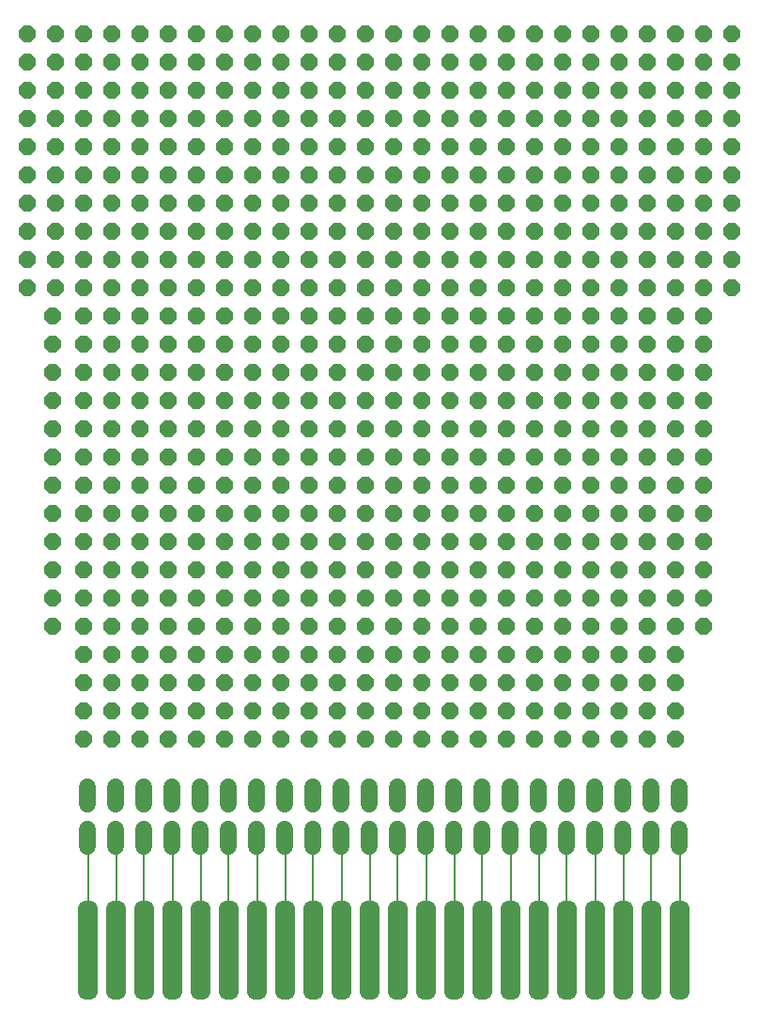
<source format=gbr>
G04 EAGLE Gerber RS-274X export*
G75*
%MOMM*%
%FSLAX34Y34*%
%LPD*%
%INTop Copper*%
%IPPOS*%
%AMOC8*
5,1,8,0,0,1.08239X$1,22.5*%
G01*
%ADD10C,1.524000*%
%ADD11C,1.333500*%
%ADD12C,0.152400*%
%ADD13P,1.649562X8X22.500000*%


D10*
X558800Y172720D02*
X558800Y157480D01*
X533400Y157480D02*
X533400Y172720D01*
X508000Y172720D02*
X508000Y157480D01*
X482600Y157480D02*
X482600Y172720D01*
X457200Y172720D02*
X457200Y157480D01*
X431800Y157480D02*
X431800Y172720D01*
X406400Y172720D02*
X406400Y157480D01*
X381000Y157480D02*
X381000Y172720D01*
X355600Y172720D02*
X355600Y157480D01*
X330200Y157480D02*
X330200Y172720D01*
X304800Y172720D02*
X304800Y157480D01*
X279400Y157480D02*
X279400Y172720D01*
X254000Y172720D02*
X254000Y157480D01*
X228600Y157480D02*
X228600Y172720D01*
X203200Y172720D02*
X203200Y157480D01*
X177800Y157480D02*
X177800Y172720D01*
X152400Y172720D02*
X152400Y157480D01*
X127000Y157480D02*
X127000Y172720D01*
X101600Y172720D02*
X101600Y157480D01*
X76200Y157480D02*
X76200Y172720D01*
X50800Y172720D02*
X50800Y157480D01*
X25400Y157480D02*
X25400Y172720D01*
X558800Y195580D02*
X558800Y210820D01*
X533400Y210820D02*
X533400Y195580D01*
X508000Y195580D02*
X508000Y210820D01*
X482600Y210820D02*
X482600Y195580D01*
X457200Y195580D02*
X457200Y210820D01*
X431800Y210820D02*
X431800Y195580D01*
X406400Y195580D02*
X406400Y210820D01*
X381000Y210820D02*
X381000Y195580D01*
X355600Y195580D02*
X355600Y210820D01*
X330200Y210820D02*
X330200Y195580D01*
X304800Y195580D02*
X304800Y210820D01*
X279400Y210820D02*
X279400Y195580D01*
X254000Y195580D02*
X254000Y210820D01*
X228600Y210820D02*
X228600Y195580D01*
X203200Y195580D02*
X203200Y210820D01*
X177800Y210820D02*
X177800Y195580D01*
X152400Y195580D02*
X152400Y210820D01*
X127000Y210820D02*
X127000Y195580D01*
X101600Y195580D02*
X101600Y210820D01*
X76200Y210820D02*
X76200Y195580D01*
X50800Y195580D02*
X50800Y210820D01*
X25400Y210820D02*
X25400Y195580D01*
D11*
X556577Y101283D02*
X561023Y101283D01*
X561023Y25717D01*
X556577Y25717D01*
X556577Y101283D01*
X556577Y38385D02*
X561023Y38385D01*
X561023Y51053D02*
X556577Y51053D01*
X556577Y63721D02*
X561023Y63721D01*
X561023Y76389D02*
X556577Y76389D01*
X556577Y89057D02*
X561023Y89057D01*
X535623Y101283D02*
X531177Y101283D01*
X535623Y101283D02*
X535623Y25717D01*
X531177Y25717D01*
X531177Y101283D01*
X531177Y38385D02*
X535623Y38385D01*
X535623Y51053D02*
X531177Y51053D01*
X531177Y63721D02*
X535623Y63721D01*
X535623Y76389D02*
X531177Y76389D01*
X531177Y89057D02*
X535623Y89057D01*
X510223Y101283D02*
X505777Y101283D01*
X510223Y101283D02*
X510223Y25717D01*
X505777Y25717D01*
X505777Y101283D01*
X505777Y38385D02*
X510223Y38385D01*
X510223Y51053D02*
X505777Y51053D01*
X505777Y63721D02*
X510223Y63721D01*
X510223Y76389D02*
X505777Y76389D01*
X505777Y89057D02*
X510223Y89057D01*
X484823Y101283D02*
X480377Y101283D01*
X484823Y101283D02*
X484823Y25717D01*
X480377Y25717D01*
X480377Y101283D01*
X480377Y38385D02*
X484823Y38385D01*
X484823Y51053D02*
X480377Y51053D01*
X480377Y63721D02*
X484823Y63721D01*
X484823Y76389D02*
X480377Y76389D01*
X480377Y89057D02*
X484823Y89057D01*
X459423Y101283D02*
X454977Y101283D01*
X459423Y101283D02*
X459423Y25717D01*
X454977Y25717D01*
X454977Y101283D01*
X454977Y38385D02*
X459423Y38385D01*
X459423Y51053D02*
X454977Y51053D01*
X454977Y63721D02*
X459423Y63721D01*
X459423Y76389D02*
X454977Y76389D01*
X454977Y89057D02*
X459423Y89057D01*
X434023Y101283D02*
X429577Y101283D01*
X434023Y101283D02*
X434023Y25717D01*
X429577Y25717D01*
X429577Y101283D01*
X429577Y38385D02*
X434023Y38385D01*
X434023Y51053D02*
X429577Y51053D01*
X429577Y63721D02*
X434023Y63721D01*
X434023Y76389D02*
X429577Y76389D01*
X429577Y89057D02*
X434023Y89057D01*
X408623Y101283D02*
X404177Y101283D01*
X408623Y101283D02*
X408623Y25717D01*
X404177Y25717D01*
X404177Y101283D01*
X404177Y38385D02*
X408623Y38385D01*
X408623Y51053D02*
X404177Y51053D01*
X404177Y63721D02*
X408623Y63721D01*
X408623Y76389D02*
X404177Y76389D01*
X404177Y89057D02*
X408623Y89057D01*
X383223Y101283D02*
X378777Y101283D01*
X383223Y101283D02*
X383223Y25717D01*
X378777Y25717D01*
X378777Y101283D01*
X378777Y38385D02*
X383223Y38385D01*
X383223Y51053D02*
X378777Y51053D01*
X378777Y63721D02*
X383223Y63721D01*
X383223Y76389D02*
X378777Y76389D01*
X378777Y89057D02*
X383223Y89057D01*
X357823Y101283D02*
X353377Y101283D01*
X357823Y101283D02*
X357823Y25717D01*
X353377Y25717D01*
X353377Y101283D01*
X353377Y38385D02*
X357823Y38385D01*
X357823Y51053D02*
X353377Y51053D01*
X353377Y63721D02*
X357823Y63721D01*
X357823Y76389D02*
X353377Y76389D01*
X353377Y89057D02*
X357823Y89057D01*
X332423Y101283D02*
X327977Y101283D01*
X332423Y101283D02*
X332423Y25717D01*
X327977Y25717D01*
X327977Y101283D01*
X327977Y38385D02*
X332423Y38385D01*
X332423Y51053D02*
X327977Y51053D01*
X327977Y63721D02*
X332423Y63721D01*
X332423Y76389D02*
X327977Y76389D01*
X327977Y89057D02*
X332423Y89057D01*
X307023Y101283D02*
X302577Y101283D01*
X307023Y101283D02*
X307023Y25717D01*
X302577Y25717D01*
X302577Y101283D01*
X302577Y38385D02*
X307023Y38385D01*
X307023Y51053D02*
X302577Y51053D01*
X302577Y63721D02*
X307023Y63721D01*
X307023Y76389D02*
X302577Y76389D01*
X302577Y89057D02*
X307023Y89057D01*
X281623Y101283D02*
X277177Y101283D01*
X281623Y101283D02*
X281623Y25717D01*
X277177Y25717D01*
X277177Y101283D01*
X277177Y38385D02*
X281623Y38385D01*
X281623Y51053D02*
X277177Y51053D01*
X277177Y63721D02*
X281623Y63721D01*
X281623Y76389D02*
X277177Y76389D01*
X277177Y89057D02*
X281623Y89057D01*
X256223Y101283D02*
X251777Y101283D01*
X256223Y101283D02*
X256223Y25717D01*
X251777Y25717D01*
X251777Y101283D01*
X251777Y38385D02*
X256223Y38385D01*
X256223Y51053D02*
X251777Y51053D01*
X251777Y63721D02*
X256223Y63721D01*
X256223Y76389D02*
X251777Y76389D01*
X251777Y89057D02*
X256223Y89057D01*
X230823Y101283D02*
X226377Y101283D01*
X230823Y101283D02*
X230823Y25717D01*
X226377Y25717D01*
X226377Y101283D01*
X226377Y38385D02*
X230823Y38385D01*
X230823Y51053D02*
X226377Y51053D01*
X226377Y63721D02*
X230823Y63721D01*
X230823Y76389D02*
X226377Y76389D01*
X226377Y89057D02*
X230823Y89057D01*
X205423Y101283D02*
X200977Y101283D01*
X205423Y101283D02*
X205423Y25717D01*
X200977Y25717D01*
X200977Y101283D01*
X200977Y38385D02*
X205423Y38385D01*
X205423Y51053D02*
X200977Y51053D01*
X200977Y63721D02*
X205423Y63721D01*
X205423Y76389D02*
X200977Y76389D01*
X200977Y89057D02*
X205423Y89057D01*
X180023Y101283D02*
X175577Y101283D01*
X180023Y101283D02*
X180023Y25717D01*
X175577Y25717D01*
X175577Y101283D01*
X175577Y38385D02*
X180023Y38385D01*
X180023Y51053D02*
X175577Y51053D01*
X175577Y63721D02*
X180023Y63721D01*
X180023Y76389D02*
X175577Y76389D01*
X175577Y89057D02*
X180023Y89057D01*
X154623Y101283D02*
X150177Y101283D01*
X154623Y101283D02*
X154623Y25717D01*
X150177Y25717D01*
X150177Y101283D01*
X150177Y38385D02*
X154623Y38385D01*
X154623Y51053D02*
X150177Y51053D01*
X150177Y63721D02*
X154623Y63721D01*
X154623Y76389D02*
X150177Y76389D01*
X150177Y89057D02*
X154623Y89057D01*
X129223Y101283D02*
X124777Y101283D01*
X129223Y101283D02*
X129223Y25717D01*
X124777Y25717D01*
X124777Y101283D01*
X124777Y38385D02*
X129223Y38385D01*
X129223Y51053D02*
X124777Y51053D01*
X124777Y63721D02*
X129223Y63721D01*
X129223Y76389D02*
X124777Y76389D01*
X124777Y89057D02*
X129223Y89057D01*
X103823Y101283D02*
X99377Y101283D01*
X103823Y101283D02*
X103823Y25717D01*
X99377Y25717D01*
X99377Y101283D01*
X99377Y38385D02*
X103823Y38385D01*
X103823Y51053D02*
X99377Y51053D01*
X99377Y63721D02*
X103823Y63721D01*
X103823Y76389D02*
X99377Y76389D01*
X99377Y89057D02*
X103823Y89057D01*
X78423Y101283D02*
X73977Y101283D01*
X78423Y101283D02*
X78423Y25717D01*
X73977Y25717D01*
X73977Y101283D01*
X73977Y38385D02*
X78423Y38385D01*
X78423Y51053D02*
X73977Y51053D01*
X73977Y63721D02*
X78423Y63721D01*
X78423Y76389D02*
X73977Y76389D01*
X73977Y89057D02*
X78423Y89057D01*
X53023Y101283D02*
X48577Y101283D01*
X53023Y101283D02*
X53023Y25717D01*
X48577Y25717D01*
X48577Y101283D01*
X48577Y38385D02*
X53023Y38385D01*
X53023Y51053D02*
X48577Y51053D01*
X48577Y63721D02*
X53023Y63721D01*
X53023Y76389D02*
X48577Y76389D01*
X48577Y89057D02*
X53023Y89057D01*
X27623Y101283D02*
X23177Y101283D01*
X27623Y101283D02*
X27623Y25717D01*
X23177Y25717D01*
X23177Y101283D01*
X23177Y38385D02*
X27623Y38385D01*
X27623Y51053D02*
X23177Y51053D01*
X23177Y63721D02*
X27623Y63721D01*
X27623Y76389D02*
X23177Y76389D01*
X23177Y89057D02*
X27623Y89057D01*
D12*
X559308Y64008D02*
X559308Y164592D01*
X558800Y165100D01*
X559308Y64008D02*
X558800Y63500D01*
X533400Y63500D02*
X533400Y165100D01*
X509016Y164592D02*
X509016Y64008D01*
X509016Y164592D02*
X508000Y165100D01*
X509016Y64008D02*
X508000Y63500D01*
X483108Y64008D02*
X483108Y164592D01*
X482600Y165100D01*
X483108Y64008D02*
X482600Y63500D01*
X457200Y63500D02*
X457200Y165100D01*
X432816Y164592D02*
X432816Y64008D01*
X432816Y164592D02*
X431800Y165100D01*
X432816Y64008D02*
X431800Y63500D01*
X406908Y64008D02*
X406908Y164592D01*
X406400Y165100D01*
X406908Y64008D02*
X406400Y63500D01*
X381000Y63500D02*
X381000Y165100D01*
X356616Y164592D02*
X356616Y64008D01*
X356616Y164592D02*
X355600Y165100D01*
X356616Y64008D02*
X355600Y63500D01*
X330708Y64008D02*
X330708Y164592D01*
X330200Y165100D01*
X330708Y64008D02*
X330200Y63500D01*
X304800Y63500D02*
X304800Y165100D01*
X280416Y164592D02*
X280416Y64008D01*
X280416Y164592D02*
X279400Y165100D01*
X280416Y64008D02*
X279400Y63500D01*
X254508Y64008D02*
X254508Y164592D01*
X254000Y165100D01*
X254508Y64008D02*
X254000Y63500D01*
X228600Y63500D02*
X228600Y165100D01*
X204216Y164592D02*
X204216Y64008D01*
X204216Y164592D02*
X203200Y165100D01*
X204216Y64008D02*
X203200Y63500D01*
X178308Y64008D02*
X178308Y164592D01*
X177800Y165100D01*
X178308Y64008D02*
X177800Y63500D01*
X152400Y63500D02*
X152400Y165100D01*
X128016Y164592D02*
X128016Y64008D01*
X128016Y164592D02*
X127000Y165100D01*
X128016Y64008D02*
X127000Y63500D01*
X102108Y64008D02*
X102108Y164592D01*
X101600Y165100D01*
X102108Y64008D02*
X101600Y63500D01*
X76200Y63500D02*
X76200Y165100D01*
X51816Y164592D02*
X51816Y64008D01*
X51816Y164592D02*
X50800Y165100D01*
X51816Y64008D02*
X50800Y63500D01*
X25908Y64008D02*
X25908Y164592D01*
X25400Y165100D01*
X25908Y64008D02*
X25400Y63500D01*
D13*
X555244Y431546D03*
X555244Y406146D03*
X555244Y380746D03*
X555244Y355346D03*
X555244Y329946D03*
X555244Y304546D03*
X555244Y279146D03*
X529844Y253746D03*
X555244Y253746D03*
X504444Y253746D03*
X529844Y279146D03*
X479044Y253746D03*
X529844Y304546D03*
X504444Y279146D03*
X453644Y253746D03*
X504444Y304546D03*
X479044Y279146D03*
X479044Y304546D03*
X453644Y279146D03*
X453644Y304546D03*
X428244Y304546D03*
X428244Y253746D03*
X428244Y279146D03*
X402844Y304546D03*
X402844Y253746D03*
X402844Y279146D03*
X377444Y304546D03*
X377444Y253746D03*
X377444Y279146D03*
X352044Y304546D03*
X352044Y253746D03*
X352044Y279146D03*
X326644Y304546D03*
X326644Y253746D03*
X326644Y279146D03*
X301244Y304546D03*
X301244Y253746D03*
X301244Y279146D03*
X275844Y304546D03*
X275844Y253746D03*
X275844Y279146D03*
X250444Y304546D03*
X250444Y253746D03*
X250444Y279146D03*
X225044Y304546D03*
X225044Y253746D03*
X225044Y279146D03*
X199644Y304546D03*
X199644Y253746D03*
X199644Y279146D03*
X174244Y304546D03*
X174244Y253746D03*
X174244Y279146D03*
X148844Y304546D03*
X148844Y253746D03*
X148844Y279146D03*
X123444Y304546D03*
X123444Y253746D03*
X123444Y279146D03*
X98044Y304546D03*
X98044Y253746D03*
X98044Y279146D03*
X72644Y304546D03*
X72644Y253746D03*
X72644Y279146D03*
X21844Y304546D03*
X47244Y304546D03*
X21844Y253746D03*
X47244Y253746D03*
X21844Y279146D03*
X47244Y279146D03*
X529844Y329946D03*
X504444Y329946D03*
X479044Y329946D03*
X453644Y329946D03*
X428244Y329946D03*
X402844Y329946D03*
X377444Y329946D03*
X352044Y329946D03*
X326644Y329946D03*
X301244Y329946D03*
X275844Y329946D03*
X250444Y329946D03*
X225044Y329946D03*
X199644Y329946D03*
X174244Y329946D03*
X148844Y329946D03*
X123444Y329946D03*
X98044Y329946D03*
X72644Y329946D03*
X21844Y329946D03*
X47244Y329946D03*
X529844Y355346D03*
X504444Y355346D03*
X479044Y355346D03*
X453644Y355346D03*
X428244Y355346D03*
X402844Y355346D03*
X377444Y355346D03*
X352044Y355346D03*
X326644Y355346D03*
X301244Y355346D03*
X275844Y355346D03*
X250444Y355346D03*
X225044Y355346D03*
X199644Y355346D03*
X174244Y355346D03*
X148844Y355346D03*
X123444Y355346D03*
X98044Y355346D03*
X72644Y355346D03*
X21844Y355346D03*
X47244Y355346D03*
X529844Y380746D03*
X504444Y380746D03*
X479044Y380746D03*
X453644Y380746D03*
X428244Y380746D03*
X402844Y380746D03*
X377444Y380746D03*
X352044Y380746D03*
X326644Y380746D03*
X301244Y380746D03*
X275844Y380746D03*
X250444Y380746D03*
X225044Y380746D03*
X199644Y380746D03*
X174244Y380746D03*
X148844Y380746D03*
X123444Y380746D03*
X98044Y380746D03*
X72644Y380746D03*
X21844Y380746D03*
X47244Y380746D03*
X529844Y406146D03*
X504444Y406146D03*
X479044Y406146D03*
X453644Y406146D03*
X428244Y406146D03*
X402844Y406146D03*
X377444Y406146D03*
X352044Y406146D03*
X326644Y406146D03*
X301244Y406146D03*
X275844Y406146D03*
X250444Y406146D03*
X225044Y406146D03*
X199644Y406146D03*
X174244Y406146D03*
X148844Y406146D03*
X123444Y406146D03*
X98044Y406146D03*
X72644Y406146D03*
X21844Y406146D03*
X47244Y406146D03*
X529844Y431546D03*
X504444Y431546D03*
X479044Y431546D03*
X453644Y431546D03*
X428244Y431546D03*
X402844Y431546D03*
X377444Y431546D03*
X352044Y431546D03*
X326644Y431546D03*
X250444Y431546D03*
X225044Y431546D03*
X199644Y431546D03*
X174244Y431546D03*
X148844Y431546D03*
X123444Y431546D03*
X98044Y431546D03*
X72644Y431546D03*
X21844Y431546D03*
X47244Y431546D03*
X555244Y812546D03*
X555244Y787146D03*
X555244Y761746D03*
X555244Y736346D03*
X555244Y710946D03*
X555244Y685546D03*
X555244Y660146D03*
X555244Y634746D03*
X555244Y609346D03*
X555244Y583946D03*
X555244Y558546D03*
X555244Y533146D03*
X555244Y507746D03*
X555244Y482346D03*
X529844Y456946D03*
X555244Y456946D03*
X504444Y456946D03*
X479044Y456946D03*
X453644Y456946D03*
X428244Y456946D03*
X402844Y456946D03*
X377444Y456946D03*
X352044Y456946D03*
X326644Y456946D03*
X250444Y456946D03*
X225044Y456946D03*
X199644Y456946D03*
X174244Y456946D03*
X148844Y456946D03*
X123444Y456946D03*
X98044Y456946D03*
X72644Y456946D03*
X21844Y456946D03*
X47244Y456946D03*
X529844Y482346D03*
X504444Y482346D03*
X479044Y482346D03*
X453644Y482346D03*
X428244Y482346D03*
X402844Y482346D03*
X377444Y482346D03*
X352044Y482346D03*
X326644Y482346D03*
X250444Y482346D03*
X275844Y482346D03*
X275844Y431546D03*
X275844Y456946D03*
X301244Y482346D03*
X301244Y431546D03*
X301244Y456946D03*
X225044Y482346D03*
X199644Y482346D03*
X174244Y482346D03*
X148844Y482346D03*
X123444Y482346D03*
X98044Y482346D03*
X72644Y482346D03*
X21844Y482346D03*
X47244Y482346D03*
X529844Y507746D03*
X504444Y507746D03*
X479044Y507746D03*
X453644Y507746D03*
X428244Y507746D03*
X402844Y507746D03*
X377444Y507746D03*
X352044Y507746D03*
X326644Y507746D03*
X301244Y507746D03*
X275844Y507746D03*
X250444Y507746D03*
X225044Y507746D03*
X199644Y507746D03*
X174244Y507746D03*
X148844Y507746D03*
X123444Y507746D03*
X98044Y507746D03*
X72644Y507746D03*
X21844Y507746D03*
X47244Y507746D03*
X529844Y533146D03*
X504444Y533146D03*
X479044Y533146D03*
X453644Y533146D03*
X428244Y533146D03*
X402844Y533146D03*
X377444Y533146D03*
X352044Y533146D03*
X326644Y533146D03*
X301244Y533146D03*
X275844Y533146D03*
X250444Y533146D03*
X225044Y533146D03*
X199644Y533146D03*
X174244Y533146D03*
X148844Y533146D03*
X123444Y533146D03*
X98044Y533146D03*
X72644Y533146D03*
X21844Y533146D03*
X47244Y533146D03*
X529844Y558546D03*
X504444Y558546D03*
X479044Y558546D03*
X453644Y558546D03*
X428244Y558546D03*
X402844Y558546D03*
X377444Y558546D03*
X352044Y558546D03*
X326644Y558546D03*
X301244Y558546D03*
X275844Y558546D03*
X250444Y558546D03*
X225044Y558546D03*
X199644Y558546D03*
X174244Y558546D03*
X148844Y558546D03*
X123444Y558546D03*
X98044Y558546D03*
X72644Y558546D03*
X21844Y558546D03*
X47244Y558546D03*
X529844Y583946D03*
X504444Y583946D03*
X479044Y583946D03*
X453644Y583946D03*
X428244Y583946D03*
X402844Y583946D03*
X377444Y583946D03*
X352044Y583946D03*
X326644Y583946D03*
X301244Y583946D03*
X275844Y583946D03*
X250444Y583946D03*
X225044Y583946D03*
X199644Y583946D03*
X174244Y583946D03*
X148844Y583946D03*
X123444Y583946D03*
X98044Y583946D03*
X72644Y583946D03*
X21844Y583946D03*
X47244Y583946D03*
X529844Y609346D03*
X504444Y609346D03*
X479044Y609346D03*
X453644Y609346D03*
X428244Y609346D03*
X402844Y609346D03*
X377444Y609346D03*
X352044Y609346D03*
X326644Y609346D03*
X301244Y609346D03*
X275844Y609346D03*
X250444Y609346D03*
X225044Y609346D03*
X199644Y609346D03*
X174244Y609346D03*
X148844Y609346D03*
X123444Y609346D03*
X98044Y609346D03*
X72644Y609346D03*
X21844Y609346D03*
X47244Y609346D03*
X529844Y634746D03*
X504444Y634746D03*
X479044Y634746D03*
X453644Y634746D03*
X428244Y634746D03*
X402844Y634746D03*
X377444Y634746D03*
X352044Y634746D03*
X326644Y634746D03*
X301244Y634746D03*
X275844Y634746D03*
X250444Y634746D03*
X225044Y634746D03*
X199644Y634746D03*
X174244Y634746D03*
X148844Y634746D03*
X123444Y634746D03*
X98044Y634746D03*
X72644Y634746D03*
X21844Y634746D03*
X47244Y634746D03*
X529844Y660146D03*
X504444Y660146D03*
X479044Y660146D03*
X453644Y660146D03*
X428244Y660146D03*
X402844Y660146D03*
X377444Y660146D03*
X352044Y660146D03*
X326644Y660146D03*
X301244Y660146D03*
X275844Y660146D03*
X250444Y660146D03*
X225044Y660146D03*
X199644Y660146D03*
X174244Y660146D03*
X148844Y660146D03*
X123444Y660146D03*
X98044Y660146D03*
X72644Y660146D03*
X47244Y660146D03*
X529844Y685546D03*
X504444Y685546D03*
X479044Y685546D03*
X453644Y685546D03*
X428244Y685546D03*
X402844Y685546D03*
X377444Y685546D03*
X352044Y685546D03*
X326644Y685546D03*
X301244Y685546D03*
X275844Y685546D03*
X250444Y685546D03*
X225044Y685546D03*
X199644Y685546D03*
X174244Y685546D03*
X148844Y685546D03*
X123444Y685546D03*
X98044Y685546D03*
X72644Y685546D03*
X21844Y660146D03*
X47244Y685546D03*
X529844Y710946D03*
X504444Y710946D03*
X479044Y710946D03*
X453644Y710946D03*
X428244Y710946D03*
X402844Y710946D03*
X377444Y710946D03*
X352044Y710946D03*
X326644Y710946D03*
X301244Y710946D03*
X275844Y710946D03*
X250444Y710946D03*
X225044Y710946D03*
X199644Y710946D03*
X174244Y710946D03*
X148844Y710946D03*
X123444Y710946D03*
X98044Y710946D03*
X72644Y710946D03*
X21844Y685546D03*
X47244Y710946D03*
X529844Y736346D03*
X504444Y736346D03*
X479044Y736346D03*
X453644Y736346D03*
X428244Y736346D03*
X402844Y736346D03*
X377444Y736346D03*
X352044Y736346D03*
X326644Y736346D03*
X301244Y736346D03*
X275844Y736346D03*
X250444Y736346D03*
X225044Y736346D03*
X199644Y736346D03*
X174244Y736346D03*
X148844Y736346D03*
X123444Y736346D03*
X98044Y736346D03*
X72644Y736346D03*
X21844Y710946D03*
X47244Y736346D03*
X529844Y812546D03*
X504444Y812546D03*
X479044Y812546D03*
X453644Y812546D03*
X428244Y812546D03*
X402844Y812546D03*
X377444Y812546D03*
X352044Y812546D03*
X326644Y812546D03*
X301244Y812546D03*
X275844Y812546D03*
X250444Y812546D03*
X225044Y812546D03*
X199644Y812546D03*
X174244Y812546D03*
X148844Y812546D03*
X123444Y812546D03*
X98044Y812546D03*
X72644Y812546D03*
X21844Y812546D03*
X47244Y812546D03*
X529844Y761746D03*
X504444Y761746D03*
X479044Y761746D03*
X453644Y761746D03*
X428244Y761746D03*
X402844Y761746D03*
X377444Y761746D03*
X352044Y761746D03*
X326644Y761746D03*
X301244Y761746D03*
X275844Y761746D03*
X250444Y761746D03*
X225044Y761746D03*
X199644Y761746D03*
X174244Y761746D03*
X148844Y761746D03*
X123444Y761746D03*
X98044Y761746D03*
X72644Y761746D03*
X21844Y736346D03*
X47244Y761746D03*
X529844Y787146D03*
X504444Y787146D03*
X479044Y787146D03*
X453644Y787146D03*
X428244Y787146D03*
X402844Y787146D03*
X377444Y787146D03*
X352044Y787146D03*
X326644Y787146D03*
X301244Y787146D03*
X275844Y787146D03*
X250444Y787146D03*
X225044Y787146D03*
X199644Y787146D03*
X174244Y787146D03*
X148844Y787146D03*
X123444Y787146D03*
X98044Y787146D03*
X72644Y787146D03*
X47244Y787146D03*
X21844Y761746D03*
X21844Y787146D03*
X555244Y888746D03*
X555244Y863346D03*
X555244Y837946D03*
X529844Y888746D03*
X504444Y888746D03*
X479044Y888746D03*
X453644Y888746D03*
X428244Y888746D03*
X402844Y888746D03*
X377444Y888746D03*
X352044Y888746D03*
X326644Y888746D03*
X301244Y888746D03*
X275844Y888746D03*
X250444Y888746D03*
X225044Y888746D03*
X199644Y888746D03*
X174244Y888746D03*
X148844Y888746D03*
X123444Y888746D03*
X98044Y888746D03*
X72644Y888746D03*
X21844Y888746D03*
X47244Y888746D03*
X529844Y837946D03*
X504444Y837946D03*
X479044Y837946D03*
X453644Y837946D03*
X428244Y837946D03*
X402844Y837946D03*
X377444Y837946D03*
X352044Y837946D03*
X326644Y837946D03*
X301244Y837946D03*
X275844Y837946D03*
X250444Y837946D03*
X225044Y837946D03*
X199644Y837946D03*
X174244Y837946D03*
X148844Y837946D03*
X123444Y837946D03*
X98044Y837946D03*
X72644Y837946D03*
X47244Y837946D03*
X529844Y863346D03*
X504444Y863346D03*
X479044Y863346D03*
X453644Y863346D03*
X428244Y863346D03*
X402844Y863346D03*
X377444Y863346D03*
X352044Y863346D03*
X326644Y863346D03*
X301244Y863346D03*
X275844Y863346D03*
X250444Y863346D03*
X225044Y863346D03*
X199644Y863346D03*
X174244Y863346D03*
X148844Y863346D03*
X123444Y863346D03*
X98044Y863346D03*
X72644Y863346D03*
X47244Y863346D03*
X21844Y837946D03*
X21844Y863346D03*
X-3556Y660146D03*
X-28956Y660146D03*
X-3556Y685546D03*
X-28956Y685546D03*
X-3556Y710946D03*
X-28956Y710946D03*
X-3556Y736346D03*
X-28956Y812546D03*
X-3556Y812546D03*
X-28956Y736346D03*
X-3556Y761746D03*
X-3556Y787146D03*
X-28956Y761746D03*
X-28956Y787146D03*
X-28956Y888746D03*
X-3556Y888746D03*
X-3556Y837946D03*
X-3556Y863346D03*
X-28956Y837946D03*
X-28956Y863346D03*
X606044Y660146D03*
X580644Y660146D03*
X606044Y685546D03*
X580644Y685546D03*
X606044Y710946D03*
X580644Y710946D03*
X606044Y736346D03*
X580644Y812546D03*
X606044Y812546D03*
X580644Y736346D03*
X606044Y761746D03*
X606044Y787146D03*
X580644Y761746D03*
X580644Y787146D03*
X580644Y888746D03*
X606044Y888746D03*
X606044Y837946D03*
X606044Y863346D03*
X580644Y837946D03*
X580644Y863346D03*
X-6096Y355346D03*
X-6096Y380746D03*
X-6096Y406146D03*
X-6096Y431546D03*
X-6096Y456946D03*
X-6096Y482346D03*
X-6096Y507746D03*
X-6096Y533146D03*
X-6096Y558546D03*
X-6096Y583946D03*
X-6096Y609346D03*
X-6096Y634746D03*
X580644Y355346D03*
X580644Y380746D03*
X580644Y406146D03*
X580644Y431546D03*
X580644Y456946D03*
X580644Y482346D03*
X580644Y507746D03*
X580644Y533146D03*
X580644Y558546D03*
X580644Y583946D03*
X580644Y609346D03*
X580644Y634746D03*
M02*

</source>
